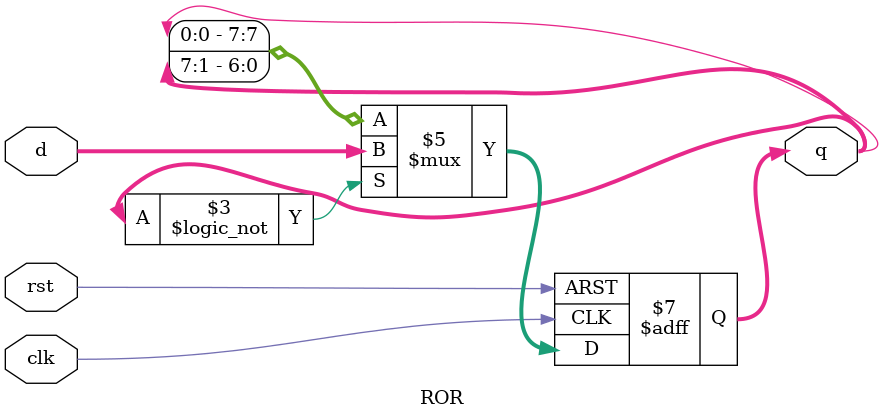
<source format=v>
module ROR(rst, clk, d, q);
input rst, clk;
input [7:0] d;
output reg [7:0] q;

always@(negedge rst, posedge clk)
begin
if(!rst) q = 0;
else begin
	if(!q) q <= d;
	else q[7:0] <= {q[0], q[7:1]};
	end
end

endmodule

</source>
